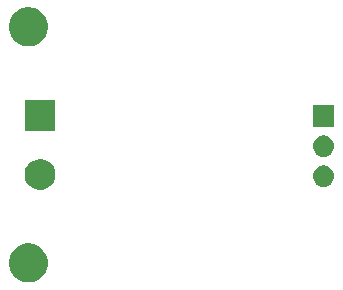
<source format=gbs>
G04 #@! TF.GenerationSoftware,KiCad,Pcbnew,(5.1.2)-1*
G04 #@! TF.CreationDate,2021-08-24T10:23:30+09:00*
G04 #@! TF.ProjectId,csa,6373612e-6b69-4636-9164-5f7063625858,v1.3*
G04 #@! TF.SameCoordinates,Original*
G04 #@! TF.FileFunction,Soldermask,Bot*
G04 #@! TF.FilePolarity,Negative*
%FSLAX46Y46*%
G04 Gerber Fmt 4.6, Leading zero omitted, Abs format (unit mm)*
G04 Created by KiCad (PCBNEW (5.1.2)-1) date 2021-08-24 10:23:30*
%MOMM*%
%LPD*%
G04 APERTURE LIST*
%ADD10C,0.100000*%
G04 APERTURE END LIST*
D10*
G36*
X140375256Y-130391298D02*
G01*
X140481579Y-130412447D01*
X140782042Y-130536903D01*
X141052451Y-130717585D01*
X141282415Y-130947549D01*
X141463097Y-131217958D01*
X141587553Y-131518421D01*
X141651000Y-131837391D01*
X141651000Y-132162609D01*
X141587553Y-132481579D01*
X141463097Y-132782042D01*
X141282415Y-133052451D01*
X141052451Y-133282415D01*
X140782042Y-133463097D01*
X140481579Y-133587553D01*
X140375256Y-133608702D01*
X140162611Y-133651000D01*
X139837389Y-133651000D01*
X139624744Y-133608702D01*
X139518421Y-133587553D01*
X139217958Y-133463097D01*
X138947549Y-133282415D01*
X138717585Y-133052451D01*
X138536903Y-132782042D01*
X138412447Y-132481579D01*
X138349000Y-132162609D01*
X138349000Y-131837391D01*
X138412447Y-131518421D01*
X138536903Y-131217958D01*
X138717585Y-130947549D01*
X138947549Y-130717585D01*
X139217958Y-130536903D01*
X139518421Y-130412447D01*
X139624744Y-130391298D01*
X139837389Y-130349000D01*
X140162611Y-130349000D01*
X140375256Y-130391298D01*
X140375256Y-130391298D01*
G37*
G36*
X141379487Y-123248996D02*
G01*
X141616253Y-123347068D01*
X141616255Y-123347069D01*
X141829339Y-123489447D01*
X142010553Y-123670661D01*
X142056216Y-123739000D01*
X142152932Y-123883747D01*
X142251004Y-124120513D01*
X142301000Y-124371861D01*
X142301000Y-124628139D01*
X142251004Y-124879487D01*
X142152932Y-125116253D01*
X142152931Y-125116255D01*
X142010553Y-125329339D01*
X141829339Y-125510553D01*
X141616255Y-125652931D01*
X141616254Y-125652932D01*
X141616253Y-125652932D01*
X141379487Y-125751004D01*
X141128139Y-125801000D01*
X140871861Y-125801000D01*
X140620513Y-125751004D01*
X140383747Y-125652932D01*
X140383746Y-125652932D01*
X140383745Y-125652931D01*
X140170661Y-125510553D01*
X139989447Y-125329339D01*
X139847069Y-125116255D01*
X139847068Y-125116253D01*
X139748996Y-124879487D01*
X139699000Y-124628139D01*
X139699000Y-124371861D01*
X139748996Y-124120513D01*
X139847068Y-123883747D01*
X139943785Y-123739000D01*
X139989447Y-123670661D01*
X140170661Y-123489447D01*
X140383745Y-123347069D01*
X140383747Y-123347068D01*
X140620513Y-123248996D01*
X140871861Y-123199000D01*
X141128139Y-123199000D01*
X141379487Y-123248996D01*
X141379487Y-123248996D01*
G37*
G36*
X165110442Y-123745518D02*
G01*
X165176627Y-123752037D01*
X165346466Y-123803557D01*
X165502991Y-123887222D01*
X165538729Y-123916552D01*
X165640186Y-123999814D01*
X165723448Y-124101271D01*
X165752778Y-124137009D01*
X165836443Y-124293534D01*
X165887963Y-124463373D01*
X165905359Y-124640000D01*
X165887963Y-124816627D01*
X165836443Y-124986466D01*
X165752778Y-125142991D01*
X165723448Y-125178729D01*
X165640186Y-125280186D01*
X165538729Y-125363448D01*
X165502991Y-125392778D01*
X165346466Y-125476443D01*
X165176627Y-125527963D01*
X165110442Y-125534482D01*
X165044260Y-125541000D01*
X164955740Y-125541000D01*
X164889558Y-125534482D01*
X164823373Y-125527963D01*
X164653534Y-125476443D01*
X164497009Y-125392778D01*
X164461271Y-125363448D01*
X164359814Y-125280186D01*
X164276552Y-125178729D01*
X164247222Y-125142991D01*
X164163557Y-124986466D01*
X164112037Y-124816627D01*
X164094641Y-124640000D01*
X164112037Y-124463373D01*
X164163557Y-124293534D01*
X164247222Y-124137009D01*
X164276552Y-124101271D01*
X164359814Y-123999814D01*
X164461271Y-123916552D01*
X164497009Y-123887222D01*
X164653534Y-123803557D01*
X164823373Y-123752037D01*
X164889558Y-123745518D01*
X164955740Y-123739000D01*
X165044260Y-123739000D01*
X165110442Y-123745518D01*
X165110442Y-123745518D01*
G37*
G36*
X165110443Y-121205519D02*
G01*
X165176627Y-121212037D01*
X165346466Y-121263557D01*
X165502991Y-121347222D01*
X165538729Y-121376552D01*
X165640186Y-121459814D01*
X165723448Y-121561271D01*
X165752778Y-121597009D01*
X165836443Y-121753534D01*
X165887963Y-121923373D01*
X165905359Y-122100000D01*
X165887963Y-122276627D01*
X165836443Y-122446466D01*
X165752778Y-122602991D01*
X165723448Y-122638729D01*
X165640186Y-122740186D01*
X165538729Y-122823448D01*
X165502991Y-122852778D01*
X165346466Y-122936443D01*
X165176627Y-122987963D01*
X165110442Y-122994482D01*
X165044260Y-123001000D01*
X164955740Y-123001000D01*
X164889558Y-122994482D01*
X164823373Y-122987963D01*
X164653534Y-122936443D01*
X164497009Y-122852778D01*
X164461271Y-122823448D01*
X164359814Y-122740186D01*
X164276552Y-122638729D01*
X164247222Y-122602991D01*
X164163557Y-122446466D01*
X164112037Y-122276627D01*
X164094641Y-122100000D01*
X164112037Y-121923373D01*
X164163557Y-121753534D01*
X164247222Y-121597009D01*
X164276552Y-121561271D01*
X164359814Y-121459814D01*
X164461271Y-121376552D01*
X164497009Y-121347222D01*
X164653534Y-121263557D01*
X164823373Y-121212037D01*
X164889557Y-121205519D01*
X164955740Y-121199000D01*
X165044260Y-121199000D01*
X165110443Y-121205519D01*
X165110443Y-121205519D01*
G37*
G36*
X142301000Y-120801000D02*
G01*
X139699000Y-120801000D01*
X139699000Y-118199000D01*
X142301000Y-118199000D01*
X142301000Y-120801000D01*
X142301000Y-120801000D01*
G37*
G36*
X165901000Y-120461000D02*
G01*
X164099000Y-120461000D01*
X164099000Y-118659000D01*
X165901000Y-118659000D01*
X165901000Y-120461000D01*
X165901000Y-120461000D01*
G37*
G36*
X140375256Y-110391298D02*
G01*
X140481579Y-110412447D01*
X140782042Y-110536903D01*
X141052451Y-110717585D01*
X141282415Y-110947549D01*
X141463097Y-111217958D01*
X141587553Y-111518421D01*
X141651000Y-111837391D01*
X141651000Y-112162609D01*
X141587553Y-112481579D01*
X141463097Y-112782042D01*
X141282415Y-113052451D01*
X141052451Y-113282415D01*
X140782042Y-113463097D01*
X140481579Y-113587553D01*
X140375256Y-113608702D01*
X140162611Y-113651000D01*
X139837389Y-113651000D01*
X139624744Y-113608702D01*
X139518421Y-113587553D01*
X139217958Y-113463097D01*
X138947549Y-113282415D01*
X138717585Y-113052451D01*
X138536903Y-112782042D01*
X138412447Y-112481579D01*
X138349000Y-112162609D01*
X138349000Y-111837391D01*
X138412447Y-111518421D01*
X138536903Y-111217958D01*
X138717585Y-110947549D01*
X138947549Y-110717585D01*
X139217958Y-110536903D01*
X139518421Y-110412447D01*
X139624744Y-110391298D01*
X139837389Y-110349000D01*
X140162611Y-110349000D01*
X140375256Y-110391298D01*
X140375256Y-110391298D01*
G37*
M02*

</source>
